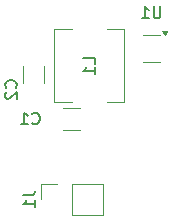
<source format=gbr>
%TF.GenerationSoftware,KiCad,Pcbnew,8.0.5*%
%TF.CreationDate,2025-11-11T23:33:08+01:00*%
%TF.ProjectId,TPS61221DCKx ( fixed output ),54505336-3132-4323-9144-434b78202820,rev?*%
%TF.SameCoordinates,Original*%
%TF.FileFunction,Legend,Bot*%
%TF.FilePolarity,Positive*%
%FSLAX46Y46*%
G04 Gerber Fmt 4.6, Leading zero omitted, Abs format (unit mm)*
G04 Created by KiCad (PCBNEW 8.0.5) date 2025-11-11 23:33:08*
%MOMM*%
%LPD*%
G01*
G04 APERTURE LIST*
%ADD10C,0.150000*%
%ADD11C,0.120000*%
G04 APERTURE END LIST*
D10*
X155699404Y-95454819D02*
X155699404Y-96264342D01*
X155699404Y-96264342D02*
X155651785Y-96359580D01*
X155651785Y-96359580D02*
X155604166Y-96407200D01*
X155604166Y-96407200D02*
X155508928Y-96454819D01*
X155508928Y-96454819D02*
X155318452Y-96454819D01*
X155318452Y-96454819D02*
X155223214Y-96407200D01*
X155223214Y-96407200D02*
X155175595Y-96359580D01*
X155175595Y-96359580D02*
X155127976Y-96264342D01*
X155127976Y-96264342D02*
X155127976Y-95454819D01*
X154127976Y-96454819D02*
X154699404Y-96454819D01*
X154413690Y-96454819D02*
X154413690Y-95454819D01*
X154413690Y-95454819D02*
X154508928Y-95597676D01*
X154508928Y-95597676D02*
X154604166Y-95692914D01*
X154604166Y-95692914D02*
X154699404Y-95740533D01*
X144062319Y-111460416D02*
X144776604Y-111460416D01*
X144776604Y-111460416D02*
X144919461Y-111412797D01*
X144919461Y-111412797D02*
X145014700Y-111317559D01*
X145014700Y-111317559D02*
X145062319Y-111174702D01*
X145062319Y-111174702D02*
X145062319Y-111079464D01*
X145062319Y-112460416D02*
X145062319Y-111888988D01*
X145062319Y-112174702D02*
X144062319Y-112174702D01*
X144062319Y-112174702D02*
X144205176Y-112079464D01*
X144205176Y-112079464D02*
X144300414Y-111984226D01*
X144300414Y-111984226D02*
X144348033Y-111888988D01*
X144854166Y-105359580D02*
X144901785Y-105407200D01*
X144901785Y-105407200D02*
X145044642Y-105454819D01*
X145044642Y-105454819D02*
X145139880Y-105454819D01*
X145139880Y-105454819D02*
X145282737Y-105407200D01*
X145282737Y-105407200D02*
X145377975Y-105311961D01*
X145377975Y-105311961D02*
X145425594Y-105216723D01*
X145425594Y-105216723D02*
X145473213Y-105026247D01*
X145473213Y-105026247D02*
X145473213Y-104883390D01*
X145473213Y-104883390D02*
X145425594Y-104692914D01*
X145425594Y-104692914D02*
X145377975Y-104597676D01*
X145377975Y-104597676D02*
X145282737Y-104502438D01*
X145282737Y-104502438D02*
X145139880Y-104454819D01*
X145139880Y-104454819D02*
X145044642Y-104454819D01*
X145044642Y-104454819D02*
X144901785Y-104502438D01*
X144901785Y-104502438D02*
X144854166Y-104550057D01*
X143901785Y-105454819D02*
X144473213Y-105454819D01*
X144187499Y-105454819D02*
X144187499Y-104454819D01*
X144187499Y-104454819D02*
X144282737Y-104597676D01*
X144282737Y-104597676D02*
X144377975Y-104692914D01*
X144377975Y-104692914D02*
X144473213Y-104740533D01*
X150142319Y-100333333D02*
X150142319Y-99857143D01*
X150142319Y-99857143D02*
X149142319Y-99857143D01*
X150142319Y-101190476D02*
X150142319Y-100619048D01*
X150142319Y-100904762D02*
X149142319Y-100904762D01*
X149142319Y-100904762D02*
X149285176Y-100809524D01*
X149285176Y-100809524D02*
X149380414Y-100714286D01*
X149380414Y-100714286D02*
X149428033Y-100619048D01*
X143447080Y-102333333D02*
X143494700Y-102285714D01*
X143494700Y-102285714D02*
X143542319Y-102142857D01*
X143542319Y-102142857D02*
X143542319Y-102047619D01*
X143542319Y-102047619D02*
X143494700Y-101904762D01*
X143494700Y-101904762D02*
X143399461Y-101809524D01*
X143399461Y-101809524D02*
X143304223Y-101761905D01*
X143304223Y-101761905D02*
X143113747Y-101714286D01*
X143113747Y-101714286D02*
X142970890Y-101714286D01*
X142970890Y-101714286D02*
X142780414Y-101761905D01*
X142780414Y-101761905D02*
X142685176Y-101809524D01*
X142685176Y-101809524D02*
X142589938Y-101904762D01*
X142589938Y-101904762D02*
X142542319Y-102047619D01*
X142542319Y-102047619D02*
X142542319Y-102142857D01*
X142542319Y-102142857D02*
X142589938Y-102285714D01*
X142589938Y-102285714D02*
X142637557Y-102333333D01*
X142637557Y-102714286D02*
X142589938Y-102761905D01*
X142589938Y-102761905D02*
X142542319Y-102857143D01*
X142542319Y-102857143D02*
X142542319Y-103095238D01*
X142542319Y-103095238D02*
X142589938Y-103190476D01*
X142589938Y-103190476D02*
X142637557Y-103238095D01*
X142637557Y-103238095D02*
X142732795Y-103285714D01*
X142732795Y-103285714D02*
X142828033Y-103285714D01*
X142828033Y-103285714D02*
X142970890Y-103238095D01*
X142970890Y-103238095D02*
X143542319Y-102666667D01*
X143542319Y-102666667D02*
X143542319Y-103285714D01*
D11*
%TO.C,U1*%
X154237500Y-97840000D02*
X155637500Y-97840000D01*
X154237500Y-100160000D02*
X155637500Y-100160000D01*
X156057500Y-97890000D02*
X155817500Y-97560000D01*
X156297500Y-97560000D01*
X156057500Y-97890000D01*
G36*
X156057500Y-97890000D02*
G01*
X155817500Y-97560000D01*
X156297500Y-97560000D01*
X156057500Y-97890000D01*
G37*
%TO.C,J1*%
X145607500Y-110463750D02*
X146937500Y-110463750D01*
X145607500Y-111793750D02*
X145607500Y-110463750D01*
X148207500Y-113123750D02*
X148207500Y-110463750D01*
X150807500Y-110463750D02*
X148207500Y-110463750D01*
X150807500Y-113123750D02*
X148207500Y-113123750D01*
X150807500Y-113123750D02*
X150807500Y-110463750D01*
%TO.C,C1*%
X147476248Y-104090000D02*
X148898752Y-104090000D01*
X147476248Y-105910000D02*
X148898752Y-105910000D01*
%TO.C,L1*%
X146727500Y-103560000D02*
X146727500Y-97340000D01*
X148177500Y-97340000D02*
X146727500Y-97340000D01*
X148177500Y-103560000D02*
X146727500Y-103560000D01*
X151197500Y-97340000D02*
X152647500Y-97340000D01*
X151197500Y-103560000D02*
X152647500Y-103560000D01*
X152647500Y-103560000D02*
X152647500Y-97340000D01*
%TO.C,C2*%
X144027500Y-101961252D02*
X144027500Y-100538748D01*
X145847500Y-101961252D02*
X145847500Y-100538748D01*
%TD*%
M02*

</source>
